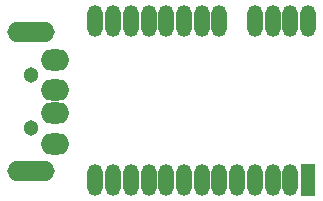
<source format=gbs>
G04*
G04 #@! TF.GenerationSoftware,Altium Limited,Altium Designer,18.1.9 (240)*
G04*
G04 Layer_Color=16711935*
%FSLAX25Y25*%
%MOIN*%
G70*
G01*
G75*
%ADD40C,0.05131*%
%ADD41O,0.15800X0.06800*%
%ADD42O,0.09461X0.07099*%
%ADD51O,0.05131X0.10642*%
%ADD52R,0.05131X0.10642*%
D40*
X111500Y204500D02*
D03*
Y186784D02*
D03*
D41*
Y218870D02*
D03*
Y172413D02*
D03*
D42*
X119374Y209590D02*
D03*
Y199527D02*
D03*
Y191653D02*
D03*
Y181590D02*
D03*
D51*
X132834Y169400D02*
D03*
X138739D02*
D03*
X144645D02*
D03*
X150550D02*
D03*
X156456D02*
D03*
X162361D02*
D03*
X168267D02*
D03*
X174172D02*
D03*
X180078D02*
D03*
X185984D02*
D03*
X191889D02*
D03*
X197794D02*
D03*
X203700Y222550D02*
D03*
X197794D02*
D03*
X191889D02*
D03*
X185984D02*
D03*
X174172D02*
D03*
X168267D02*
D03*
X162361D02*
D03*
X156456D02*
D03*
X150550D02*
D03*
X144645D02*
D03*
X138739D02*
D03*
X132834D02*
D03*
D52*
X203700Y169400D02*
D03*
M02*

</source>
